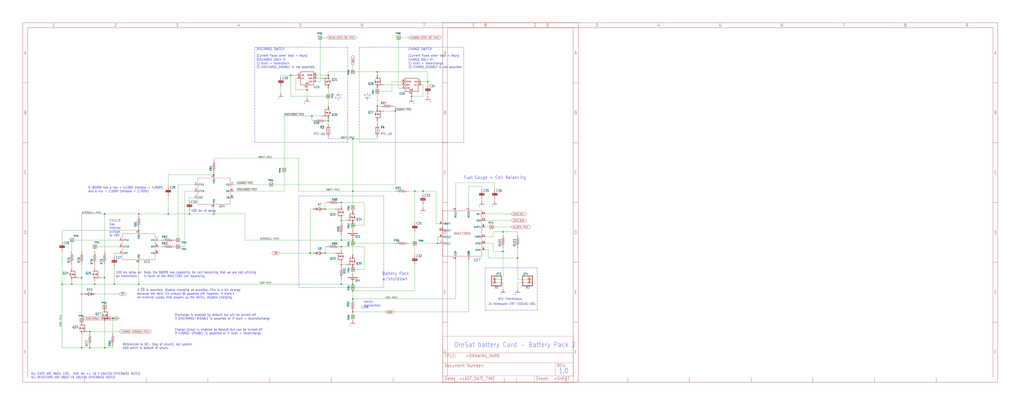
<source format=kicad_sch>
(kicad_sch (version 20211123) (generator eeschema)
  (paper "User" 796.29 317.906)
  (lib_symbols
    (symbol "oresat-batteries-eagle-import:B-18650-LI-BATTERY"
      (property "Reference" "B" (at 0 4.318 0))
      (property "Value" "B-18650-LI-BATTERY" (at 0 -4.318 0))
      (symbol "B-18650-LI-BATTERY_1_0"
        (pin power_in line (at 2.54 0 180) (length 2.54) (name "NEG") (number "NEG-T"))
        (pin power_in line (at -5.08 0 0) (length 2.54) (name "POS") (number "POS-T"))
      )
    )
    (symbol "oresat-batteries-eagle-import:C-EU0603-C-NOSILK"
      (property "Reference" "C" (at 1.524 0.381 0))
      (property "Value" "C-EU0603-C-NOSILK" (at 1.524 -4.699 0))
      (symbol "C-EU0603-C-NOSILK_1_0"
        (pin passive line (at 0 2.54 270) (length 2.54) (name "1") (number "1"))
        (pin passive line (at 0 -5.08 90) (length 2.54) (name "2") (number "2"))
      )
    )
    (symbol "oresat-batteries-eagle-import:DIODE-SOD323-R"
      (property "Reference" "D" (at -2.54 1.905 0))
      (property "Value" "DIODE-SOD323-R" (at -2.54 -3.81 0))
      (symbol "DIODE-SOD323-R_1_0"
        (text "SpiceOrder 1" (at -2.54 0 0) (effects (font (size 0.4064 0.3454))))
        (text "SpiceOrder 2" (at 2.54 0 0) (effects (font (size 0.4064 0.3454))))
        (pin passive line (at -2.54 0 0) (length 0) (name "A") (number "A"))
        (pin passive line (at 2.54 0 180) (length 0) (name "C") (number "C"))
      )
    )
    (symbol "oresat-batteries-eagle-import:FRAME_B_L"
      (symbol "FRAME_B_L_0_0"
        (text "1" (at 23.9889 277.495 0) (effects (font (size 2.54 2.286))))
        (text "2" (at 71.9667 277.495 0) (effects (font (size 2.54 2.286))))
        (text "3" (at 119.9444 277.495 0) (effects (font (size 2.54 2.286))))
        (text "4" (at 167.9222 277.495 0) (effects (font (size 2.54 2.286))))
        (text "5" (at 215.9 277.495 0) (effects (font (size 2.54 2.286))))
        (text "6" (at 263.8778 277.495 0) (effects (font (size 2.54 2.286))))
        (text "7" (at 311.8556 277.495 0) (effects (font (size 2.54 2.286))))
        (text "8" (at 359.8333 277.495 0) (effects (font (size 2.54 2.286))))
        (text "9" (at 407.8111 277.495 0) (effects (font (size 2.54 2.286))))
        (text "A" (at 1.905 256.1167 0) (effects (font (size 2.54 2.286))))
        (text "A" (at 429.895 256.1167 0) (effects (font (size 2.54 2.286))))
        (text "B" (at 1.905 209.55 0) (effects (font (size 2.54 2.286))))
        (text "B" (at 429.895 209.55 0) (effects (font (size 2.54 2.286))))
        (text "C" (at 1.905 162.9833 0) (effects (font (size 2.54 2.286))))
        (text "C" (at 429.895 162.9833 0) (effects (font (size 2.54 2.286))))
        (text "D" (at 1.905 116.4167 0) (effects (font (size 2.54 2.286))))
        (text "D" (at 429.895 116.4167 0) (effects (font (size 2.54 2.286))))
        (text "E" (at 1.905 69.85 0) (effects (font (size 2.54 2.286))))
        (text "E" (at 429.895 69.85 0) (effects (font (size 2.54 2.286))))
        (text "F" (at 1.905 23.2833 0) (effects (font (size 2.54 2.286))))
        (text "F" (at 429.895 23.2833 0) (effects (font (size 2.54 2.286))))
      )
      (symbol "FRAME_B_L_2_0"
        (text ">DRAWING_NAME" (at 17.78 19.05 0) (effects (font (size 2.54 2.159)) (justify left bottom)))
        (text ">LAST_DATE_TIME" (at 12.7 1.27 0) (effects (font (size 2.54 2.159)) (justify left bottom)))
        (text ">SHEET" (at 86.36 1.27 0) (effects (font (size 2.54 2.159)) (justify left bottom)))
        (text "Date:" (at 1.27 1.27 0) (effects (font (size 2.54 2.159)) (justify left bottom)))
        (text "Document Number:" (at 1.27 11.43 0) (effects (font (size 2.54 2.159)) (justify left bottom)))
        (text "REV:" (at 88.9 11.43 0) (effects (font (size 2.54 2.159)) (justify left bottom)))
        (text "Sheet:" (at 72.39 1.27 0) (effects (font (size 2.54 2.159)) (justify left bottom)))
        (text "TITLE:" (at 1.27 19.05 0) (effects (font (size 2.54 2.159)) (justify left bottom)))
      )
    )
    (symbol "oresat-batteries-eagle-import:GENERIC-FUSE-1206"
      (property "Reference" "F" (at -2.54 -3.81 0))
      (property "Value" "GENERIC-FUSE-1206" (at -2.54 -6.35 0))
      (symbol "GENERIC-FUSE-1206_1_0"
        (pin passive line (at 5.08 0 180) (length 5.08) (name "P$1") (number "1"))
        (pin passive line (at -5.08 0 0) (length 5.08) (name "P$2") (number "2"))
      )
    )
    (symbol "oresat-batteries-eagle-import:GND" (power)
      (property "Value" "GND" (at -2.54 -2.54 0))
      (symbol "GND_1_0"
        (pin power_in line (at 0 2.54 270) (length 2.54) (name "GND") (number "1"))
      )
    )
    (symbol "oresat-batteries-eagle-import:LTC4412"
      (property "Reference" "U" (at 5.08 -7.62 0))
      (property "Value" "LTC4412" (at 5.08 -10.16 0))
      (symbol "LTC4412_1_0"
        (text "CTL" (at -4.445 -0.635 0) (effects (font (size 1.016 0.8636)) (justify left bottom)))
        (text "GATE" (at 4.445 0.635 0) (effects (font (size 1.016 0.8636)) (justify right top)))
        (text "GND" (at -1.27 -4.445 0) (effects (font (size 1.016 0.8636)) (justify left bottom)))
        (text "SENSE" (at 4.445 3.175 0) (effects (font (size 1.016 0.8636)) (justify right top)))
        (text "STAT" (at 4.445 -1.905 0) (effects (font (size 1.016 0.8636)) (justify right top)))
        (text "VIN" (at -4.445 1.905 0) (effects (font (size 1.016 0.8636)) (justify left bottom)))
        (pin power_in line (at -7.62 2.54 0) (length 2.54) (name "VIN") (number "1"))
        (pin power_in line (at 0 -7.62 90) (length 2.54) (name "GND") (number "2"))
        (pin input line (at -7.62 0 0) (length 2.54) (name "CTL") (number "3"))
        (pin open_collector line (at 7.62 -2.54 180) (length 2.54) (name "STAT") (number "4"))
        (pin output line (at 7.62 0 180) (length 2.54) (name "GATE") (number "5"))
        (pin input line (at 7.62 2.54 180) (length 2.54) (name "SENSE") (number "6"))
      )
    )
    (symbol "oresat-batteries-eagle-import:MAX17205G"
      (property "Reference" "U" (at 10.16 -22.86 0))
      (property "Value" "MAX17205G" (at 10.16 -25.4 0))
      (symbol "MAX17205G_1_0"
        (text "MAX17205G" (at 0 0 0) (effects (font (size 1.778 1.5113))))
        (pin power_in line (at 5.08 20.32 270) (length 2.54) (name "REG3") (number "1"))
        (pin input line (at 17.78 -7.62 180) (length 2.54) (name "AIN2") (number "10"))
        (pin input line (at 17.78 15.24 180) (length 2.54) (name "SCL") (number "11"))
        (pin bidirectional line (at 17.78 10.16 180) (length 2.54) (name "SDA") (number "12"))
        (pin passive line (at -17.78 2.54 0) (length 2.54) (name "CELLX") (number "13"))
        (pin passive line (at 17.78 -2.54 180) (length 2.54) (name "THRM") (number "14"))
        (pin passive line (at -5.08 -20.32 90) (length 2.54) (name "CSP") (number "2"))
        (pin power_in line (at -5.08 20.32 270) (length 2.54) (name "REG2") (number "3"))
        (pin passive line (at 5.08 -20.32 90) (length 2.54) (name "CSN") (number "4"))
        (pin power_in line (at -17.78 7.62 0) (length 2.54) (name "VBATT") (number "5"))
        (pin passive line (at -17.78 -2.54 0) (length 2.54) (name "CELL2") (number "6"))
        (pin passive line (at -17.78 -7.62 0) (length 2.54) (name "CELL1") (number "7"))
        (pin output line (at 17.78 5.08 180) (length 2.54) (name "ALRT1") (number "8"))
        (pin input line (at 17.78 -12.7 180) (length 2.54) (name "AIN1") (number "9"))
        (pin passive line (at 5.08 -20.32 90) (length 2.54) (name "CSN") (number "EP"))
      )
    )
    (symbol "oresat-batteries-eagle-import:N-MOSFET-SOT-23-3"
      (property "Reference" "Q" (at 5.08 0 0))
      (property "Value" "N-MOSFET-SOT-23-3" (at 5.08 -2.54 0))
      (symbol "N-MOSFET-SOT-23-3_1_0"
        (pin passive line (at -2.54 -2.54 0) (length 2.54) (name "G") (number "1"))
        (pin passive line (at 2.54 -5.08 90) (length 2.54) (name "S") (number "2"))
        (pin passive line (at 2.54 5.08 270) (length 2.54) (name "D") (number "3"))
      )
    )
    (symbol "oresat-batteries-eagle-import:P-MOSFET-SOT23-3"
      (property "Reference" "Q" (at 5.08 0 0))
      (property "Value" "P-MOSFET-SOT23-3" (at 5.08 -2.54 0))
      (symbol "P-MOSFET-SOT23-3_1_0"
        (pin passive line (at -2.54 2.54 0) (length 2.54) (name "G") (number "1"))
        (pin passive line (at 2.54 5.08 270) (length 2.54) (name "S") (number "2"))
        (pin passive line (at 2.54 -5.08 90) (length 2.54) (name "D") (number "3"))
      )
    )
    (symbol "oresat-batteries-eagle-import:PINHD-1X2"
      (property "Reference" "JP" (at -6.35 5.715 0))
      (property "Value" "PINHD-1X2" (at -6.35 -5.08 0))
      (symbol "PINHD-1X2_1_0"
        (pin passive inverted (at -2.54 2.54 0) (length 2.54) (name "1") (number "1"))
        (pin passive inverted (at -2.54 0 0) (length 2.54) (name "2") (number "2"))
      )
    )
    (symbol "oresat-batteries-eagle-import:Q-VISHAY-MOSFET-PCH-POWERPAK-1212-8"
      (property "Reference" "Q" (at 5.08 0.635 0))
      (property "Value" "Q-VISHAY-MOSFET-PCH-POWERPAK-1212-8" (at 5.08 -1.905 0))
      (symbol "Q-VISHAY-MOSFET-PCH-POWERPAK-1212-8_1_0"
        (pin passive line (at 2.54 5.08 270) (length 2.54) (name "S") (number "1"))
        (pin passive line (at 2.54 5.08 270) (length 2.54) (name "S") (number "2"))
        (pin passive line (at 2.54 5.08 270) (length 2.54) (name "S") (number "3"))
        (pin passive line (at -2.54 2.54 0) (length 2.54) (name "G") (number "4"))
        (pin passive line (at 2.54 -5.08 90) (length 2.54) (name "D") (number "5"))
        (pin passive line (at 2.54 -5.08 90) (length 2.54) (name "D") (number "6"))
        (pin passive line (at 2.54 -5.08 90) (length 2.54) (name "D") (number "7"))
        (pin passive line (at 2.54 -5.08 90) (length 2.54) (name "D") (number "8"))
        (pin passive line (at 2.54 -5.08 90) (length 2.54) (name "D") (number "PAD"))
      )
    )
    (symbol "oresat-batteries-eagle-import:R-US_0603-C-NOSILK"
      (property "Reference" "R" (at -3.81 1.4986 0))
      (property "Value" "R-US_0603-C-NOSILK" (at -3.81 -3.302 0))
      (symbol "R-US_0603-C-NOSILK_1_0"
        (pin passive line (at -5.08 0 0) (length 2.54) (name "1") (number "1"))
        (pin passive line (at 5.08 0 180) (length 2.54) (name "2") (number "2"))
      )
    )
    (symbol "oresat-batteries-eagle-import:R-US_1206-C"
      (property "Reference" "R" (at -3.81 1.4986 0))
      (property "Value" "R-US_1206-C" (at -3.81 -3.302 0))
      (symbol "R-US_1206-C_1_0"
        (pin passive line (at -5.08 0 0) (length 2.54) (name "1") (number "1"))
        (pin passive line (at 5.08 0 180) (length 2.54) (name "2") (number "2"))
      )
    )
    (symbol "oresat-batteries-eagle-import:S-8209AXXT"
      (property "Reference" "U" (at 5.08 15.24 0))
      (property "Value" "S-8209AXXT" (at 5.08 12.7 0))
      (symbol "S-8209AXXT_1_0"
        (pin passive line (at -15.24 5.08 0) (length 2.54) (name "CTLC") (number "1"))
        (pin input line (at -15.24 0 0) (length 2.54) (name "CTLD") (number "2"))
        (pin power_in line (at 0 12.7 270) (length 2.54) (name "VDD") (number "3"))
        (pin passive line (at -15.24 -5.08 0) (length 2.54) (name "CDT") (number "4"))
        (pin power_in line (at 0 -12.7 90) (length 2.54) (name "VSS") (number "5"))
        (pin open_collector line (at 15.24 0 180) (length 2.54) (name "DO") (number "6"))
        (pin open_collector line (at 15.24 5.08 180) (length 2.54) (name "CO") (number "7"))
        (pin output line (at 15.24 -5.08 180) (length 2.54) (name "CB") (number "8"))
      )
    )
    (symbol "oresat-batteries-eagle-import:TEST-POINT-LARGE-SQUARE"
      (property "Reference" "TP" (at -2.54 2.54 0))
      (symbol "TEST-POINT-LARGE-SQUARE_1_0"
        (pin passive line (at 0 0 0) (length 0) (name "1") (number "1"))
      )
    )
  )
  (junction (at 274.32 242.57))
  (junction (at 402.59 200.66))
  (junction (at 274.32 107.95))
  (junction (at 265.43 157.48))
  (junction (at 265.43 220.98))
  (junction (at 130.81 166.37))
  (junction (at 147.32 166.37))
  (junction (at 274.32 175.26))
  (junction (at 265.43 171.45))
  (junction (at 210.82 143.51))
  (junction (at 69.85 257.81))
  (junction (at 328.93 148.59))
  (junction (at 274.32 232.41))
  (junction (at 220.98 132.08))
  (junction (at 226.06 58.42))
  (junction (at 138.43 186.69))
  (junction (at 48.26 220.98))
  (junction (at 255.27 58.42))
  (junction (at 88.9 220.98))
  (junction (at 166.37 166.37))
  (junction (at 63.5 270.51))
  (junction (at 166.37 135.89))
  (junction (at 274.32 189.23))
  (junction (at 138.43 191.77))
  (junction (at 274.32 246.38))
  (junction (at 107.95 220.98))
  (junction (at 248.92 29.21))
  (junction (at 274.32 223.52))
  (junction (at 274.32 161.29))
  (junction (at 69.85 270.51))
  (junction (at 274.32 226.06))
  (junction (at 322.58 189.23))
  (junction (at 340.36 189.23))
  (junction (at 63.5 215.9))
  (junction (at 382.27 176.53))
  (junction (at 73.66 191.77))
  (junction (at 274.32 186.69))
  (junction (at 391.16 180.34))
  (junction (at 81.28 270.51))
  (junction (at 322.58 148.59))
  (junction (at 63.5 248.92))
  (junction (at 274.32 220.98))
  (junction (at 332.74 63.5))
  (junction (at 391.16 195.58))
  (junction (at 309.88 29.21))
  (junction (at 255.27 93.98))
  (junction (at 255.27 74.93))
  (junction (at 252.73 196.85))
  (junction (at 320.04 74.93))
  (junction (at 73.66 220.98))
  (junction (at 274.32 55.88))
  (junction (at 107.95 179.07))
  (junction (at 238.76 69.85))
  (junction (at 242.57 90.17))
  (junction (at 293.37 55.88))
  (junction (at 81.28 166.37))
  (junction (at 252.73 162.56))
  (junction (at 307.34 86.36))
  (junction (at 265.43 191.77))
  (junction (at 55.88 220.98))
  (junction (at 293.37 71.12))
  (junction (at 87.63 247.65))
  (junction (at 107.95 166.37))
  (junction (at 63.5 228.6))
  (junction (at 241.3 196.85))
  (junction (at 274.32 209.55))
  (junction (at 81.28 238.76))
  (junction (at 274.32 148.59))
  (junction (at 81.28 215.9))
  (junction (at 55.88 186.69))
  (junction (at 265.43 205.74))
  (junction (at 265.43 186.69))
  (junction (at 293.37 82.55))
  (wire (pts (xy 307.34 86.36) (xy 307.34 143.51)))
  (wire (pts (xy 238.76 69.85) (xy 238.76 68.58)))
  (wire (pts (xy 402.59 200.66) (xy 402.59 217.17)))
  (wire (pts (xy 328.93 158.75) (xy 328.93 161.29)))
  (wire (pts (xy 92.71 196.85) (xy 88.9 196.85)))
  (wire (pts (xy 138.43 191.77) (xy 143.51 191.77)))
  (wire (pts (xy 81.28 195.58) (xy 81.28 166.37)))
  (wire (pts (xy 379.73 200.66) (xy 402.59 200.66)))
  (wire (pts (xy 231.14 58.42) (xy 226.06 58.42)))
  (wire (pts (xy 274.32 219.71) (xy 274.32 220.98)))
  (wire (pts (xy 374.65 147.32) (xy 374.65 144.78)))
  (wire (pts (xy 81.28 215.9) (xy 81.28 238.76)))
  (wire (pts (xy 402.59 200.66) (xy 402.59 193.04)))
  (wire (pts (xy 274.32 198.12) (xy 274.32 189.23)))
  (wire (pts (xy 255.27 93.98) (xy 255.27 96.52)))
  (polyline (pts (xy 279.4 36.83) (xy 360.68 36.83)))
  (wire (pts (xy 55.88 208.28) (xy 55.88 205.74)))
  (wire (pts (xy 265.43 191.77) (xy 265.43 194.31)))
  (wire (pts (xy 322.58 205.74) (xy 322.58 226.06)))
  (wire (pts (xy 274.32 107.95) (xy 274.32 148.59)))
  (wire (pts (xy 81.28 215.9) (xy 81.28 205.74)))
  (wire (pts (xy 63.5 270.51) (xy 63.5 260.35)))
  (wire (pts (xy 391.16 195.58) (xy 391.16 217.17)))
  (wire (pts (xy 69.85 257.81) (xy 69.85 259.08)))
  (wire (pts (xy 88.9 196.85) (xy 88.9 199.39)))
  (wire (pts (xy 410.21 219.71) (xy 402.59 219.71)))
  (wire (pts (xy 377.19 176.53) (xy 382.27 176.53)))
  (wire (pts (xy 123.19 186.69) (xy 125.73 186.69)))
  (wire (pts (xy 354.33 161.29) (xy 354.33 142.24)))
  (wire (pts (xy 377.19 166.37) (xy 397.51 166.37)))
  (wire (pts (xy 107.95 179.07) (xy 107.95 177.8)))
  (wire (pts (xy 265.43 186.69) (xy 190.5 186.69)))
  (wire (pts (xy 384.81 142.24) (xy 384.81 147.32)))
  (wire (pts (xy 306.07 82.55) (xy 307.34 82.55)))
  (wire (pts (xy 254 191.77) (xy 252.73 191.77)))
  (polyline (pts (xy 285.75 76.2) (xy 283.21 73.66)))
  (wire (pts (xy 269.24 205.74) (xy 265.43 205.74)))
  (wire (pts (xy 377.19 194.31) (xy 379.73 194.31)))
  (wire (pts (xy 274.32 55.88) (xy 293.37 55.88)))
  (polyline (pts (xy 262.89 73.66) (xy 260.35 73.66)))
  (wire (pts (xy 226.06 74.93) (xy 226.06 58.42)))
  (wire (pts (xy 181.61 148.59) (xy 220.98 148.59)))
  (wire (pts (xy 73.66 195.58) (xy 73.66 191.77)))
  (wire (pts (xy 377.19 171.45) (xy 397.51 171.45)))
  (wire (pts (xy 265.43 191.77) (xy 283.21 191.77)))
  (wire (pts (xy 309.88 68.58) (xy 312.42 68.58)))
  (wire (pts (xy 63.5 228.6) (xy 63.5 248.92)))
  (wire (pts (xy 274.32 175.26) (xy 274.32 173.99)))
  (wire (pts (xy 241.3 162.56) (xy 241.3 196.85)))
  (wire (pts (xy 242.57 90.17) (xy 220.98 90.17)))
  (wire (pts (xy 264.16 191.77) (xy 265.43 191.77)))
  (wire (pts (xy 322.58 172.72) (xy 322.58 148.59)))
  (wire (pts (xy 232.41 148.59) (xy 232.41 123.19)))
  (wire (pts (xy 364.49 144.78) (xy 364.49 161.29)))
  (wire (pts (xy 383.54 180.34) (xy 391.16 180.34)))
  (wire (pts (xy 255.27 68.58) (xy 255.27 74.93)))
  (wire (pts (xy 245.11 162.56) (xy 241.3 162.56)))
  (polyline (pts (xy 283.21 73.66) (xy 285.75 73.66)))
  (wire (pts (xy 274.32 185.42) (xy 274.32 186.69)))
  (wire (pts (xy 147.32 166.37) (xy 130.81 166.37)))
  (wire (pts (xy 246.38 60.96) (xy 248.92 60.96)))
  (polyline (pts (xy 285.75 76.2) (xy 285.75 78.74)))
  (wire (pts (xy 73.66 220.98) (xy 88.9 220.98)))
  (wire (pts (xy 130.81 166.37) (xy 130.81 152.4)))
  (wire (pts (xy 320.04 74.93) (xy 320.04 73.66)))
  (polyline (pts (xy 377.19 208.28) (xy 377.19 241.3)))
  (polyline (pts (xy 232.41 223.52) (xy 298.45 223.52)))
  (wire (pts (xy 87.63 247.65) (xy 92.71 247.65)))
  (wire (pts (xy 274.32 209.55) (xy 274.32 208.28)))
  (wire (pts (xy 391.16 219.71) (xy 386.08 219.71)))
  (polyline (pts (xy 285.75 76.2) (xy 283.21 76.2)))
  (wire (pts (xy 255.27 58.42) (xy 255.27 55.88)))
  (polyline (pts (xy 417.83 208.28) (xy 377.19 208.28)))
  (wire (pts (xy 255.27 106.68) (xy 255.27 107.95)))
  (polyline (pts (xy 377.19 241.3) (xy 417.83 241.3)))
  (wire (pts (xy 298.45 66.04) (xy 312.42 66.04)))
  (polyline (pts (xy 270.51 36.83) (xy 270.51 110.49)))
  (wire (pts (xy 166.37 166.37) (xy 147.32 166.37)))
  (wire (pts (xy 274.32 232.41) (xy 354.33 232.41)))
  (wire (pts (xy 147.32 153.67) (xy 151.13 153.67)))
  (wire (pts (xy 241.3 196.85) (xy 245.11 196.85)))
  (wire (pts (xy 107.95 166.37) (xy 81.28 166.37)))
  (wire (pts (xy 293.37 82.55) (xy 293.37 71.12)))
  (wire (pts (xy 166.37 123.19) (xy 232.41 123.19)))
  (wire (pts (xy 383.54 184.15) (xy 383.54 180.34)))
  (wire (pts (xy 274.32 163.83) (xy 274.32 161.29)))
  (wire (pts (xy 322.58 198.12) (xy 322.58 189.23)))
  (wire (pts (xy 69.85 257.81) (xy 92.71 257.81)))
  (wire (pts (xy 374.65 144.78) (xy 364.49 144.78)))
  (wire (pts (xy 328.93 74.93) (xy 328.93 66.04)))
  (wire (pts (xy 293.37 55.88) (xy 332.74 55.88)))
  (wire (pts (xy 382.27 176.53) (xy 397.51 176.53)))
  (wire (pts (xy 166.37 135.89) (xy 166.37 134.62)))
  (wire (pts (xy 274.32 175.26) (xy 283.21 175.26)))
  (wire (pts (xy 252.73 162.56) (xy 260.35 162.56)))
  (wire (pts (xy 248.92 63.5) (xy 248.92 29.21)))
  (wire (pts (xy 143.51 191.77) (xy 143.51 148.59)))
  (wire (pts (xy 402.59 219.71) (xy 402.59 224.79)))
  (wire (pts (xy 63.5 215.9) (xy 63.5 205.74)))
  (wire (pts (xy 73.66 205.74) (xy 73.66 208.28)))
  (wire (pts (xy 218.44 67.31) (xy 218.44 72.39)))
  (wire (pts (xy 81.28 215.9) (xy 78.74 215.9)))
  (wire (pts (xy 364.49 201.93) (xy 364.49 242.57)))
  (wire (pts (xy 274.32 107.95) (xy 293.37 107.95)))
  (wire (pts (xy 298.45 86.36) (xy 307.34 86.36)))
  (wire (pts (xy 67.31 228.6) (xy 63.5 228.6)))
  (wire (pts (xy 320.04 74.93) (xy 328.93 74.93)))
  (wire (pts (xy 63.5 195.58) (xy 63.5 166.37)))
  (wire (pts (xy 147.32 166.37) (xy 147.32 163.83)))
  (wire (pts (xy 48.26 220.98) (xy 48.26 195.58)))
  (wire (pts (xy 60.96 215.9) (xy 63.5 215.9)))
  (wire (pts (xy 391.16 195.58) (xy 391.16 193.04)))
  (wire (pts (xy 274.32 248.92) (xy 274.32 246.38)))
  (polyline (pts (xy 262.89 76.2) (xy 262.89 78.74)))
  (wire (pts (xy 309.88 29.21) (xy 309.88 68.58)))
  (wire (pts (xy 312.42 63.5) (xy 304.8 63.5)))
  (wire (pts (xy 384.81 156.21) (xy 384.81 154.94)))
  (wire (pts (xy 166.37 166.37) (xy 166.37 161.29)))
  (wire (pts (xy 255.27 55.88) (xy 274.32 55.88)))
  (wire (pts (xy 87.63 247.65) (xy 87.63 259.08)))
  (wire (pts (xy 48.26 187.96) (xy 48.26 179.07)))
  (wire (pts (xy 68.58 257.81) (xy 69.85 257.81)))
  (wire (pts (xy 391.16 219.71) (xy 391.16 224.79)))
  (wire (pts (xy 252.73 191.77) (xy 252.73 196.85)))
  (polyline (pts (xy 265.43 73.66) (xy 262.89 73.66)))
  (wire (pts (xy 265.43 171.45) (xy 265.43 170.18)))
  (wire (pts (xy 332.74 73.66) (xy 332.74 74.93)))
  (wire (pts (xy 87.63 270.51) (xy 87.63 269.24)))
  (wire (pts (xy 274.32 242.57) (xy 364.49 242.57)))
  (wire (pts (xy 274.32 177.8) (xy 274.32 175.26)))
  (wire (pts (xy 402.59 180.34) (xy 402.59 182.88)))
  (wire (pts (xy 130.81 135.89) (xy 130.81 144.78)))
  (wire (pts (xy 341.63 189.23) (xy 340.36 189.23)))
  (wire (pts (xy 232.41 148.59) (xy 274.32 148.59)))
  (wire (pts (xy 250.19 162.56) (xy 252.73 162.56)))
  (wire (pts (xy 354.33 201.93) (xy 354.33 232.41)))
  (wire (pts (xy 88.9 220.98) (xy 107.95 220.98)))
  (wire (pts (xy 86.36 247.65) (xy 87.63 247.65)))
  (wire (pts (xy 63.5 215.9) (xy 63.5 228.6)))
  (polyline (pts (xy 260.35 76.2) (xy 262.89 76.2)))
  (wire (pts (xy 238.76 76.2) (xy 238.76 69.85)))
  (wire (pts (xy 274.32 246.38) (xy 274.32 242.57)))
  (wire (pts (xy 63.5 248.92) (xy 63.5 250.19)))
  (wire (pts (xy 274.32 186.69) (xy 265.43 186.69)))
  (wire (pts (xy 309.88 29.21) (xy 317.5 29.21)))
  (wire (pts (xy 283.21 209.55) (xy 274.32 209.55)))
  (wire (pts (xy 226.06 58.42) (xy 218.44 58.42)))
  (wire (pts (xy 322.58 189.23) (xy 340.36 189.23)))
  (wire (pts (xy 269.24 171.45) (xy 265.43 171.45)))
  (wire (pts (xy 274.32 212.09) (xy 274.32 209.55)))
  (wire (pts (xy 293.37 55.88) (xy 293.37 58.42)))
  (wire (pts (xy 81.28 270.51) (xy 81.28 250.19)))
  (polyline (pts (xy 232.41 152.4) (xy 298.45 152.4)))
  (wire (pts (xy 274.32 189.23) (xy 307.34 189.23)))
  (wire (pts (xy 374.65 156.21) (xy 374.65 154.94)))
  (wire (pts (xy 283.21 175.26) (xy 283.21 157.48)))
  (wire (pts (xy 317.5 148.59) (xy 322.58 148.59)))
  (wire (pts (xy 320.04 76.2) (xy 320.04 74.93)))
  (wire (pts (xy 107.95 220.98) (xy 107.95 204.47)))
  (wire (pts (xy 391.16 217.17) (xy 386.08 217.17)))
  (wire (pts (xy 147.32 156.21) (xy 147.32 153.67)))
  (wire (pts (xy 229.87 60.96) (xy 229.87 69.85)))
  (wire (pts (xy 265.43 204.47) (xy 265.43 205.74)))
  (wire (pts (xy 107.95 167.64) (xy 107.95 166.37)))
  (wire (pts (xy 48.26 220.98) (xy 55.88 220.98)))
  (wire (pts (xy 317.5 189.23) (xy 322.58 189.23)))
  (wire (pts (xy 55.88 195.58) (xy 55.88 186.69)))
  (wire (pts (xy 92.71 191.77) (xy 73.66 191.77)))
  (wire (pts (xy 293.37 106.68) (xy 293.37 107.95)))
  (wire (pts (xy 250.19 196.85) (xy 252.73 196.85)))
  (wire (pts (xy 81.28 238.76) (xy 81.28 240.03)))
  (wire (pts (xy 265.43 157.48) (xy 283.21 157.48)))
  (wire (pts (xy 274.32 226.06) (xy 322.58 226.06)))
  (wire (pts (xy 166.37 124.46) (xy 166.37 123.19)))
  (wire (pts (xy 340.36 184.15) (xy 341.63 184.15)))
  (wire (pts (xy 293.37 71.12) (xy 293.37 68.58)))
  (wire (pts (xy 246.38 63.5) (xy 248.92 63.5)))
  (wire (pts (xy 254 93.98) (xy 255.27 93.98)))
  (polyline (pts (xy 298.45 152.4) (xy 298.45 223.52)))
  (wire (pts (xy 328.93 151.13) (xy 328.93 148.59)))
  (wire (pts (xy 69.85 269.24) (xy 69.85 270.51)))
  (wire (pts (xy 229.87 69.85) (xy 238.76 69.85)))
  (wire (pts (xy 379.73 194.31) (xy 379.73 200.66)))
  (polyline (pts (xy 288.29 76.2) (xy 285.75 76.2)))
  (wire (pts (xy 220.98 148.59) (xy 220.98 132.08)))
  (wire (pts (xy 218.44 59.69) (xy 218.44 58.42)))
  (wire (pts (xy 63.5 270.51) (xy 69.85 270.51)))
  (wire (pts (xy 252.73 157.48) (xy 252.73 162.56)))
  (wire (pts (xy 210.82 143.51) (xy 181.61 143.51)))
  (wire (pts (xy 81.28 166.37) (xy 63.5 166.37)))
  (wire (pts (xy 339.09 173.99) (xy 339.09 148.59)))
  (wire (pts (xy 255.27 107.95) (xy 274.32 107.95)))
  (wire (pts (xy 328.93 148.59) (xy 339.09 148.59)))
  (polyline (pts (xy 198.12 110.49) (xy 198.12 36.83)))
  (polyline (pts (xy 417.83 241.3) (xy 417.83 208.28)))
  (wire (pts (xy 88.9 207.01) (xy 88.9 220.98)))
  (wire (pts (xy 190.5 186.69) (xy 190.5 166.37)))
  (wire (pts (xy 265.43 217.17) (xy 265.43 220.98)))
  (wire (pts (xy 246.38 58.42) (xy 255.27 58.42)))
  (wire (pts (xy 340.36 189.23) (xy 340.36 184.15)))
  (wire (pts (xy 107.95 166.37) (xy 130.81 166.37)))
  (wire (pts (xy 265.43 172.72) (xy 265.43 171.45)))
  (polyline (pts (xy 360.68 36.83) (xy 360.68 110.49)))
  (wire (pts (xy 283.21 191.77) (xy 283.21 209.55)))
  (polyline (pts (xy 270.51 110.49) (xy 198.12 110.49)))
  (wire (pts (xy 248.92 29.21) (xy 254 29.21)))
  (wire (pts (xy 48.26 270.51) (xy 63.5 270.51)))
  (wire (pts (xy 274.32 226.06) (xy 274.32 232.41)))
  (polyline (pts (xy 285.75 73.66) (xy 285.75 71.12)))
  (polyline (pts (xy 279.4 110.49) (xy 360.68 110.49)))
  (wire (pts (xy 274.32 148.59) (xy 307.34 148.59)))
  (wire (pts (xy 265.43 205.74) (xy 265.43 207.01)))
  (wire (pts (xy 81.28 270.51) (xy 87.63 270.51)))
  (wire (pts (xy 332.74 63.5) (xy 332.74 66.04)))
  (wire (pts (xy 274.32 55.88) (xy 274.32 50.8)))
  (wire (pts (xy 322.58 148.59) (xy 328.93 148.59)))
  (wire (pts (xy 143.51 148.59) (xy 151.13 148.59)))
  (wire (pts (xy 274.32 226.06) (xy 274.32 223.52)))
  (wire (pts (xy 293.37 83.82) (xy 293.37 82.55)))
  (wire (pts (xy 274.32 220.98) (xy 265.43 220.98)))
  (wire (pts (xy 220.98 132.08) (xy 220.98 90.17)))
  (wire (pts (xy 231.14 60.96) (xy 229.87 60.96)))
  (wire (pts (xy 48.26 179.07) (xy 107.95 179.07)))
  (wire (pts (xy 265.43 220.98) (xy 107.95 220.98)))
  (wire (pts (xy 274.32 223.52) (xy 274.32 220.98)))
  (wire (pts (xy 391.16 180.34) (xy 402.59 180.34)))
  (polyline (pts (xy 232.41 152.4) (xy 232.41 223.52)))
  (wire (pts (xy 242.57 93.98) (xy 242.57 90.17)))
  (wire (pts (xy 138.43 186.69) (xy 138.43 143.51)))
  (wire (pts (xy 55.88 218.44) (xy 55.88 220.98)))
  (wire (pts (xy 265.43 157.48) (xy 265.43 160.02)))
  (polyline (pts (xy 262.89 76.2) (xy 265.43 76.2)))
  (wire (pts (xy 254 157.48) (xy 252.73 157.48)))
  (wire (pts (xy 377.19 184.15) (xy 383.54 184.15)))
  (wire (pts (xy 255.27 93.98) (xy 255.27 92.71)))
  (wire (pts (xy 274.32 161.29) (xy 274.32 148.59)))
  (wire (pts (xy 265.43 186.69) (xy 265.43 182.88)))
  (wire (pts (xy 250.19 60.96) (xy 248.92 60.96)))
  (wire (pts (xy 55.88 220.98) (xy 73.66 220.98)))
  (wire (pts (xy 135.89 186.69) (xy 138.43 186.69)))
  (wire (pts (xy 293.37 82.55) (xy 295.91 82.55)))
  (polyline (pts (xy 288.29 73.66) (xy 285.75 76.2)))
  (wire (pts (xy 293.37 96.52) (xy 293.37 93.98)))
  (wire (pts (xy 123.19 191.77) (xy 125.73 191.77)))
  (wire (pts (xy 383.54 195.58) (xy 391.16 195.58)))
  (wire (pts (xy 255.27 82.55) (xy 255.27 74.93)))
  (wire (pts (xy 73.66 218.44) (xy 73.66 220.98)))
  (polyline (pts (xy 265.43 76.2) (xy 262.89 73.66)))
  (polyline (pts (xy 198.12 36.83) (xy 270.51 36.83)))
  (wire (pts (xy 274.32 189.23) (xy 274.32 186.69)))
  (wire (pts (xy 304.8 71.12) (xy 293.37 71.12)))
  (polyline (pts (xy 262.89 73.66) (xy 262.89 71.12)))
  (wire (pts (xy 322.58 189.23) (xy 322.58 180.34)))
  (wire (pts (xy 341.63 173.99) (xy 339.09 173.99)))
  (wire (pts (xy 72.39 228.6) (xy 92.71 228.6)))
  (wire (pts (xy 328.93 66.04) (xy 327.66 66.04)))
  (wire (pts (xy 391.16 182.88) (xy 391.16 180.34)))
  (wire (pts (xy 402.59 217.17) (xy 410.21 217.17)))
  (wire (pts (xy 264.16 157.48) (xy 265.43 157.48)))
  (wire (pts (xy 69.85 270.51) (xy 81.28 270.51)))
  (wire (pts (xy 383.54 189.23) (xy 383.54 195.58)))
  (wire (pts (xy 190.5 166.37) (xy 166.37 166.37)))
  (wire (pts (xy 377.19 189.23) (xy 383.54 189.23)))
  (wire (pts (xy 304.8 63.5) (xy 304.8 71.12)))
  (wire (pts (xy 354.33 142.24) (xy 384.81 142.24)))
  (wire (pts (xy 226.06 74.93) (xy 255.27 74.93)))
  (wire (pts (xy 92.71 186.69) (xy 55.88 186.69)))
  (wire (pts (xy 307.34 86.36) (xy 307.34 82.55)))
  (wire (pts (xy 252.73 196.85) (xy 260.35 196.85)))
  (wire (pts (xy 166.37 135.89) (xy 130.81 135.89)))
  (wire (pts (xy 332.74 55.88) (xy 332.74 63.5)))
  (wire (pts (xy 250.19 90.17) (xy 242.57 90.17)))
  (wire (pts (xy 135.89 191.77) (xy 138.43 191.77)))
  (wire (pts (xy 138.43 143.51) (xy 151.13 143.51)))
  (wire (pts (xy 327.66 63.5) (xy 332.74 63.5)))
  (wire (pts (xy 217.17 196.85) (xy 241.3 196.85)))
  (wire (pts (xy 48.26 220.98) (xy 48.26 270.51)))
  (polyline (pts (xy 262.89 73.66) (xy 260.35 76.2)))
  (polyline (pts (xy 285.75 73.66) (xy 288.29 73.66)))
  (wire (pts (xy 243.84 93.98) (xy 242.57 93.98)))
  (wire (pts (xy 307.34 143.51) (xy 210.82 143.51)))
  (polyline (pts (xy 279.4 36.83) (xy 279.4 110.49)))
  (text "PTC-5A" (at 243.84 105.41 180) (effects (font (size 1.778 1.5113)) (justify left bottom)))
  (text "B2" (at 408.94 224.79 180) (effects (font (size 1.778 1.5113)) (justify left bottom)))
  (text "If ~{SD} is asserted, disable charging as possible. This is a bit strange\nbecause the Ablic ICs should be powered off; however, if there's\nan external supply that powers up the Ablics, disable charging." (at 106.68 232.41 0) (effects (font (size 1.778 1.5113)) (justify left bottom)))
  (text "ALL CAPS ARE 0603, 10%,  X5R, WV >= 16 V UNLESS OTHERWISE NOTED\nALL RESISTORS ARE 0603 1% UNLESS OTHERWISE NOTED" (at 24.13 294.64 0) (effects (font (size 1.778 1.5113)) (justify left bottom)))
  (text "CHARGE SWITCH" (at 317.5 39.37 180) (effects (font (size 1.778 1.5113)) (justify left bottom)))
  (text "DISCHARGE SWITCH" (at 199.39 39.37 180) (effects (font (size 1.778 1.5113)) (justify left bottom)))
  (text "NTC Thermistors" (at 387.35 233.68 180) (effects (font (size 1.778 1.5113)) (justify left bottom)))
  (text "CHARGE ONLY IF:\n1) Vcell < Vovercharge\n2) CHARGE_DISABLE is not asserted." (at 317.5 53.34 0) (effects (font (size 1.778 1.5113)) (justify left bottom)))
  (text "Note: the S8209 has capability for cell balancing that we are not utilizing\nin favor of the MAX17205 cell balancing" (at 111.76 215.9 0) (effects (font (size 1.778 1.5113)) (justify left bottom)))
  (text "OreSat battery Card - Battery Pack 2" (at 353.06 270.51 180) (effects (font (size 3.81 3.2385)) (justify left bottom)))
  (text "B1" (at 384.81 224.79 180) (effects (font (size 1.778 1.5113)) (justify left bottom)))
  (text "PTC-2A" (at 295.91 105.41 180) (effects (font (size 1.778 1.5113)) (justify left bottom)))
  (text "100 ms delay on\nall transitions" (at 90.17 215.9 180) (effects (font (size 1.778 1.5113)) (justify left bottom)))
  (text "Kelvin\nConnection" (at 283.21 238.76 180) (effects (font (size 1.778 1.5113)) (justify left bottom)))
  (text "Fuel Gauge + Cell Balancing" (at 360.68 139.7 180) (effects (font (size 2.54 2.159)) (justify left bottom)))
  (text "S-8209A has a Vov = 4.100V (release = 4.000V)\nand a Vuv = 2.500V (release = 2.700V)" (at 68.58 149.86 0) (effects (font (size 1.778 1.5113)) (justify left bottom)))
  (text "Discharge is enabled by default but will be turned off\nif DISCHARGE-DISABLE is asserted or if Vcell < Voverdischarge" (at 135.89 248.92 0) (effects (font (size 1.778 1.5113)) (justify left bottom)))
  (text "Referenced to B2- (top of shunt), not system\nGND which is bottom of shunt." (at 95.25 271.78 0) (effects (font (size 1.778 1.5113)) (justify left bottom)))
  (text "100 ms of delay" (at 148.59 165.1 180) (effects (font (size 1.778 1.5113)) (justify left bottom)))
  (text "Charge (slow) is enabled by default but can be turned off\nif CHARGE-DISABLE is asserted or if Vcell > Vovercharge" (at 135.89 260.35 0) (effects (font (size 1.778 1.5113)) (justify left bottom)))
  (text "(Current flows when Vbat < Vbus)" (at 317.5 44.45 180) (effects (font (size 1.778 1.5113)) (justify left bottom)))
  (text "1206" (at 280.67 240.03 180) (effects (font (size 1.778 1.5113)) (justify left bottom)))
  (text "DISCHARGE ONLY IF:\n1) Vcell > Voverdisch\n2) DISCHARGE_DISABLE is not asserted." (at 199.39 53.34 0) (effects (font (size 1.778 1.5113)) (justify left bottom)))
  (text "CTLC/D\nhas\ninternal\npullups\nto VDD" (at 85.09 184.15 180) (effects (font (size 1.778 1.5113)) (justify left bottom)))
  (text "2x Honeywell 197-103LAG-A01" (at 379.73 237.49 180) (effects (font (size 1.778 1.5113)) (justify left bottom)))
  (text "1.0" (at 434.34 290.83 180) (effects (font (size 3.81 3.2385)) (justify left bottom)))
  (text "(Current flows when Vbat > Vbus)" (at 199.39 44.45 180) (effects (font (size 1.778 1.5113)) (justify left bottom)))
  (text "Battery Pack\nw/shutdown" (at 297.18 218.44 180) (effects (font (size 2.54 2.159)) (justify left bottom)))
  (label "INTERCELL-PK2" (at 63.5 166.37 0) (effects (font (size 1.2446 1.2446))))
  (label "VBATT-PK2" (at 253.365 148.59 0) (effects (font (size 1.2446 1.2446))))
  (label "~{DISCHARGE-PK2}" (at 184.15 148.59 0) (effects (font (size 1.2446 1.2446))))
  (label "INTERCELL-PK2" (at 201.93 186.69 0) (effects (font (size 1.2446 1.2446))))
  (label "CSP-PK2" (at 201.93 220.98 0) (effects (font (size 1.2446 1.2446))))
  (label "~{CHARGE-PK2}" (at 307.34 86.36 0) (effects (font (size 1.2446 1.2446))))
  (label "VBATT-PK2" (at 264.795 107.95 0) (effects (font (size 1.2446 1.2446))))
  (label "VBATT-PK2" (at 200.66 123.19 0) (effects (font (size 1.2446 1.2446))))
  (label "CSP-PK2" (at 48.26 254 90) (effects (font (size 1.2446 1.2446))))
  (label "CSP-PK2" (at 299.72 232.41 0) (effects (font (size 1.2446 1.2446))))
  (label "~{CHARGE-PK2}" (at 184.15 143.51 0) (effects (font (size 1.2446 1.2446))))
  (label "~{DISCHARGE-PK2}" (at 220.98 90.17 0) (effects (font (size 1.2446 1.2446))))
  (global_label "I2C2_SCL" (shape bidirectional) (at 397.51 166.37 0) (effects (font (size 1.2446 1.2446))) (property "Intersheet References" "${INTERSHEET_REFS}" (effects hide)))
  (global_label "~{SD}" (shape bidirectional) (at 217.17 196.85 180) (effects (font (size 1.2446 1.2446))) (property "Intersheet References" "${INTERSHEET_REFS}" (effects hide)))
  (global_label "ALERTA-PK2" (shape bidirectional) (at 397.51 176.53 0) (effects (font (size 1.2446 1.2446))) (property "Intersheet References" "${INTERSHEET_REFS}" (effects hide)))
  (global_label "CHARGE-STAT-OC-PK2" (shape bidirectional) (at 317.5 29.21 0) (effects (font (size 1.2446 1.2446))) (property "Intersheet References" "${INTERSHEET_REFS}" (effects hide)))
  (global_label "CHARGE-DISABLE-PK2" (shape bidirectional) (at 92.71 257.81 0) (effects (font (size 1.2446 1.2446))) (property "Intersheet References" "${INTERSHEET_REFS}" (effects hide)))
  (global_label "I2C2_SDA" (shape bidirectional) (at 397.51 171.45 0) (effects (font (size 1.2446 1.2446))) (property "Intersheet References" "${INTERSHEET_REFS}" (effects hide)))
  (global_label "DISCHARGE-DISABLE-PK2" (shape bidirectional) (at 92.71 247.65 180) (effects (font (size 1.2446 1.2446))) (property "Intersheet References" "${INTERSHEET_REFS}" (effects hide)))
  (global_label "~{SD}" (shape bidirectional) (at 92.71 228.6 0) (effects (font (size 1.2446 1.2446))) (property "Intersheet References" "${INTERSHEET_REFS}" (effects hide)))
  (global_label "GND" (shape bidirectional) (at 299.72 242.57 0) (effects (font (size 1.2446 1.2446))) (property "Intersheet References" "${INTERSHEET_REFS}" (effects hide)))
  (global_label "DCHG-STAT-OC-PK2" (shape bidirectional) (at 254 29.21 0) (effects (font (size 1.2446 1.2446))) (property "Intersheet References" "${INTERSHEET_REFS}" (effects hide)))
  (global_label "VBAT" (shape bidirectional) (at 274.32 50.8 90) (effects (font (size 1.2446 1.2446))) (property "Intersheet References" "${INTERSHEET_REFS}" (effects hide)))
  (symbol (lib_id "oresat-batteries-eagle-import:TEST-POINT-LARGE-SQUARE") (at 274.32 161.29 90) (unit 1)
    (property "Reference" "TP61" (at 271.78 163.83 0) (effects (font (size 1.27 1.0795)) (justify left bottom)))
  )
  (symbol (lib_id "oresat-batteries-eagle-import:R-US_0603-C-NOSILK") (at 107.95 172.72 90) (unit 1)
    (property "Reference" "R81" (at 106.4514 176.53 0) (effects (font (size 1.778 1.5113)) (justify left bottom)))
  )
  (symbol (lib_id "oresat-batteries-eagle-import:R-US_0603-C-NOSILK") (at 55.88 200.66 90) (unit 1)
    (property "Reference" "R75" (at 54.61 204.47 0) (effects (font (size 1.778 1.5113)) (justify left bottom)))
  )
  (symbol (lib_id "oresat-batteries-eagle-import:R-US_0603-C-NOSILK") (at 312.42 148.59 180) (unit 1)
    (property "Reference" "R95" (at 307.34 147.32 0) (effects (font (size 1.778 1.5113)) (justify right top)))
  )
  (symbol (lib_id "oresat-batteries-eagle-import:TEST-POINT-LARGE-SQUARE") (at 81.28 238.76 0) (unit 1)
    (property "Reference" "TP52" (at 78.74 236.22 0) (effects (font (size 1.27 1.0795)) (justify left bottom)))
  )
  (symbol (lib_id "oresat-batteries-eagle-import:R-US_0603-C-NOSILK") (at 69.85 264.16 90) (unit 1)
    (property "Reference" "R77" (at 68.58 269.24 0) (effects (font (size 1.778 1.5113)) (justify left bottom)))
  )
  (symbol (lib_id "oresat-batteries-eagle-import:N-MOSFET-SOT-23-3") (at 58.42 213.36 0) (mirror y) (unit 1)
    (property "Reference" "Q24" (at 53.34 213.36 0) (effects (font (size 1.778 1.5113)) (justify left bottom)))
  )
  (symbol (lib_id "oresat-batteries-eagle-import:C-EU0603-C-NOSILK") (at 384.81 149.86 0) (unit 1)
    (property "Reference" "C36" (at 385.826 149.225 0) (effects (font (size 1.778 1.5113)) (justify left bottom)))
  )
  (symbol (lib_id "oresat-batteries-eagle-import:N-MOSFET-SOT-23-3") (at 66.04 255.27 0) (mirror y) (unit 1)
    (property "Reference" "Q25" (at 60.96 255.27 0) (effects (font (size 1.778 1.5113)) (justify left bottom)))
  )
  (symbol (lib_id "oresat-batteries-eagle-import:R-US_0603-C-NOSILK") (at 130.81 186.69 0) (unit 1)
    (property "Reference" "R82" (at 125.73 185.1914 0) (effects (font (size 1.778 1.5113)) (justify left bottom)))
  )
  (symbol (lib_id "oresat-batteries-eagle-import:TEST-POINT-LARGE-SQUARE") (at 210.82 143.51 0) (unit 1)
    (property "Reference" "TP56" (at 208.28 140.97 0) (effects (font (size 1.27 1.0795)) (justify left bottom)))
  )
  (symbol (lib_id "oresat-batteries-eagle-import:C-EU0603-C-NOSILK") (at 147.32 158.75 0) (unit 1)
    (property "Reference" "C29" (at 148.336 158.115 0) (effects (font (size 1.778 1.5113)) (justify left bottom)))
  )
  (symbol (lib_id "oresat-batteries-eagle-import:TEST-POINT-LARGE-SQUARE") (at 382.27 176.53 0) (mirror y) (unit 1)
    (property "Reference" "TP71" (at 379.73 173.99 0) (effects (font (size 1.27 1.0795)) (justify right bottom)))
  )
  (symbol (lib_id "oresat-batteries-eagle-import:MAX17205G") (at 359.41 181.61 0) (unit 1)
    (property "Reference" "U17" (at 368.3 203.2 0) (effects (font (size 2.0828 1.7703)) (justify left bottom)))
  )
  (symbol (lib_id "oresat-batteries-eagle-import:TEST-POINT-LARGE-SQUARE") (at 322.58 189.23 0) (mirror y) (unit 1)
    (property "Reference" "TP69" (at 325.12 187.96 0) (effects (font (size 1.27 1.0795)) (justify right bottom)))
  )
  (symbol (lib_id "oresat-batteries-eagle-import:R-US_0603-C-NOSILK") (at 63.5 200.66 90) (unit 1)
    (property "Reference" "R76" (at 62.23 204.47 0) (effects (font (size 1.778 1.5113)) (justify left bottom)))
  )
  (symbol (lib_id "oresat-batteries-eagle-import:Q-VISHAY-MOSFET-PCH-POWERPAK-1212-8") (at 271.78 203.2 0) (mirror x) (unit 1)
    (property "Reference" "Q35" (at 276.86 203.835 0) (effects (font (size 1.778 1.5113)) (justify left bottom)))
  )
  (symbol (lib_id "oresat-batteries-eagle-import:TEST-POINT-LARGE-SQUARE") (at 293.37 71.12 90) (unit 1)
    (property "Reference" "TP67" (at 290.83 73.66 0) (effects (font (size 1.27 1.0795)) (justify left bottom)))
  )
  (symbol (lib_id "oresat-batteries-eagle-import:LTC4412") (at 238.76 60.96 0) (unit 1)
    (property "Reference" "U15" (at 243.84 68.58 0) (effects (font (size 1.778 1.5113)) (justify left bottom)))
  )
  (symbol (lib_id "oresat-batteries-eagle-import:C-EU0603-C-NOSILK") (at 48.26 190.5 0) (unit 1)
    (property "Reference" "C26" (at 49.276 189.865 0) (effects (font (size 1.778 1.5113)) (justify left bottom)))
  )
  (symbol (lib_id "oresat-batteries-eagle-import:R-US_0603-C-NOSILK") (at 312.42 189.23 0) (unit 1)
    (property "Reference" "R96" (at 306.07 187.96 0) (effects (font (size 1.778 1.5113)) (justify left bottom)))
  )
  (symbol (lib_id "oresat-batteries-eagle-import:R-US_0603-C-NOSILK") (at 248.92 93.98 0) (unit 1)
    (property "Reference" "R56" (at 243.84 96.52 0) (effects (font (size 1.778 1.5113)) (justify left bottom)))
  )
  (symbol (lib_id "oresat-batteries-eagle-import:C-EU0603-C-NOSILK") (at 374.65 149.86 0) (unit 1)
    (property "Reference" "C35" (at 375.666 149.225 0) (effects (font (size 1.778 1.5113)) (justify left bottom)))
  )
  (symbol (lib_id "oresat-batteries-eagle-import:TEST-POINT-LARGE-SQUARE") (at 73.66 191.77 0) (mirror y) (unit 1)
    (property "Reference" "TP51" (at 77.47 189.23 0) (effects (font (size 1.27 1.0795)) (justify left bottom)))
  )
  (symbol (lib_id "oresat-batteries-eagle-import:R-US_0603-C-NOSILK") (at 166.37 129.54 90) (unit 1)
    (property "Reference" "R84" (at 164.8714 133.35 0) (effects (font (size 1.778 1.5113)) (justify left bottom)))
  )
  (symbol (lib_id "oresat-batteries-eagle-import:R-US_0603-C-NOSILK") (at 300.99 82.55 0) (mirror y) (unit 1)
    (property "Reference" "R97" (at 295.91 81.28 0) (effects (font (size 1.778 1.5113)) (justify right bottom)))
  )
  (symbol (lib_id "oresat-batteries-eagle-import:DIODE-SOD323-R") (at 69.85 228.6 0) (unit 1)
    (property "Reference" "D13" (at 67.31 226.06 0) (effects (font (size 1.778 1.5113)) (justify left bottom)))
  )
  (symbol (lib_id "oresat-batteries-eagle-import:R-US_0603-C-NOSILK") (at 402.59 187.96 90) (unit 1)
    (property "Reference" "R103" (at 401.0914 191.77 0) (effects (font (size 1.778 1.5113)) (justify left bottom)))
  )
  (symbol (lib_id "oresat-batteries-eagle-import:Q-VISHAY-MOSFET-PCH-POWERPAK-1212-8") (at 252.73 87.63 0) (mirror x) (unit 1)
    (property "Reference" "Q30" (at 257.81 88.265 0) (effects (font (size 1.778 1.5113)) (justify left bottom)))
  )
  (symbol (lib_id "oresat-batteries-eagle-import:Q-VISHAY-MOSFET-PCH-POWERPAK-1212-8") (at 295.91 88.9 0) (mirror y) (unit 1)
    (property "Reference" "Q37" (at 290.83 88.265 0) (effects (font (size 1.778 1.5113)) (justify left bottom)))
  )
  (symbol (lib_id "oresat-batteries-eagle-import:TEST-POINT-LARGE-SQUARE") (at 309.88 29.21 0) (mirror y) (unit 1)
    (property "Reference" "TP68" (at 307.34 26.67 0) (effects (font (size 1.27 1.0795)) (justify right bottom)))
  )
  (symbol (lib_id "oresat-batteries-eagle-import:Q-VISHAY-MOSFET-PCH-POWERPAK-1212-8") (at 295.91 63.5 180) (unit 1)
    (property "Reference" "Q36" (at 290.83 64.135 0) (effects (font (size 1.778 1.5113)) (justify left bottom)))
  )
  (symbol (lib_id "oresat-batteries-eagle-import:C-EU0603-C-NOSILK") (at 332.74 68.58 0) (unit 1)
    (property "Reference" "C34" (at 333.756 67.945 0) (effects (font (size 1.778 1.5113)) (justify left bottom)))
  )
  (symbol (lib_id "oresat-batteries-eagle-import:TEST-POINT-LARGE-SQUARE") (at 220.98 132.08 90) (unit 1)
    (property "Reference" "TP55" (at 218.44 134.62 0) (effects (font (size 1.27 1.0795)) (justify left bottom)))
  )
  (symbol (lib_id "oresat-batteries-eagle-import:C-EU0603-C-NOSILK") (at 88.9 201.93 0) (unit 1)
    (property "Reference" "C27" (at 89.916 201.295 0) (effects (font (size 1.778 1.5113)) (justify left bottom)))
  )
  (symbol (lib_id "oresat-batteries-eagle-import:DIODE-SOD323-R") (at 247.65 196.85 0) (mirror y) (unit 1)
    (property "Reference" "D8" (at 250.19 194.31 0) (effects (font (size 1.778 1.5113)) (justify left bottom)))
  )
  (symbol (lib_id "oresat-batteries-eagle-import:TEST-POINT-LARGE-SQUARE") (at 274.32 209.55 90) (unit 1)
    (property "Reference" "TP64" (at 271.78 212.09 0) (effects (font (size 1.27 1.0795)) (justify left bottom)))
  )
  (symbol (lib_id "oresat-batteries-eagle-import:TEST-POINT-LARGE-SQUARE") (at 248.92 29.21 0) (mirror y) (unit 1)
    (property "Reference" "TP58" (at 246.38 26.67 0) (effects (font (size 1.27 1.0795)) (justify right bottom)))
  )
  (symbol (lib_id "oresat-batteries-eagle-import:GENERIC-FUSE-1206") (at 293.37 101.6 90) (unit 1)
    (property "Reference" "F4" (at 295.91 100.1014 90) (effects (font (size 1.778 1.5113) bold) (justify right top)))
  )
  (symbol (lib_id "oresat-batteries-eagle-import:DIODE-SOD323-R") (at 247.65 162.56 0) (mirror y) (unit 1)
    (property "Reference" "D7" (at 250.19 160.02 0) (effects (font (size 1.778 1.5113)) (justify left bottom)))
  )
  (symbol (lib_id "oresat-batteries-eagle-import:GND") (at 332.74 77.47 0) (mirror y) (unit 1)
    (property "Reference" "#GND65" (effects hide))
  )
  (symbol (lib_id "oresat-batteries-eagle-import:S-8209AXXT") (at 107.95 191.77 0) (unit 1)
    (property "Reference" "U13" (at 111.76 204.47 0) (effects (font (size 1.778 1.5113)) (justify left bottom)))
  )
  (symbol (lib_id "oresat-batteries-eagle-import:B-18650-LI-BATTERY") (at 274.32 182.88 270) (unit 1)
    (property "Reference" "B3" (at 278.13 184.912 90) (effects (font (size 1.778 1.778)) (justify bottom)))
  )
  (symbol (lib_id "oresat-batteries-eagle-import:TEST-POINT-LARGE-SQUARE") (at 55.88 186.69 0) (mirror y) (unit 1)
    (property "Reference" "TP49" (at 60.96 184.15 0) (effects (font (size 1.27 1.0795)) (justify left bottom)))
  )
  (symbol (lib_id "oresat-batteries-eagle-import:C-EU0603-C-NOSILK") (at 328.93 153.67 0) (unit 1)
    (property "Reference" "C33" (at 329.946 153.035 0) (effects (font (size 1.778 1.5113)) (justify left bottom)))
  )
  (symbol (lib_id "oresat-batteries-eagle-import:PINHD-1X2") (at 412.75 219.71 0) (unit 1)
    (property "Reference" "JP4" (at 406.4 213.995 0) (effects (font (size 1.778 1.5113)) (justify left bottom)))
  )
  (symbol (lib_id "oresat-batteries-eagle-import:P-MOSFET-SOT23-3") (at 262.89 165.1 0) (unit 1)
    (property "Reference" "Q32" (at 256.54 167.64 0) (effects (font (size 1.778 1.5113)) (justify left bottom)))
  )
  (symbol (lib_id "oresat-batteries-eagle-import:GND") (at 402.59 227.33 0) (unit 1)
    (property "Reference" "#GND71" (effects hide))
  )
  (symbol (lib_id "oresat-batteries-eagle-import:P-MOSFET-SOT23-3") (at 262.89 199.39 0) (unit 1)
    (property "Reference" "Q33" (at 256.54 201.93 0) (effects (font (size 1.778 1.5113)) (justify left bottom)))
  )
  (symbol (lib_id "oresat-batteries-eagle-import:FRAME_B_L") (at 344.17 297.18 0) (unit 2)
    (property "Reference" "#FRAME5" (effects hide))
  )
  (symbol (lib_id "oresat-batteries-eagle-import:R-US_1206-C") (at 274.32 237.49 270) (unit 1)
    (property "Reference" "R92" (at 271.78 238.76 0) (effects (font (size 1.778 1.5113)) (justify right top)))
  )
  (symbol (lib_id "oresat-batteries-eagle-import:PINHD-1X2") (at 383.54 219.71 0) (mirror y) (unit 1)
    (property "Reference" "JP3" (at 389.89 213.995 0) (effects (font (size 1.778 1.5113)) (justify left bottom)))
  )
  (symbol (lib_id "oresat-batteries-eagle-import:TEST-POINT-LARGE-SQUARE") (at 274.32 246.38 90) (unit 1)
    (property "Reference" "TP66" (at 271.78 248.92 0) (effects (font (size 1.27 1.0795)) (justify left bottom)))
  )
  (symbol (lib_id "oresat-batteries-eagle-import:N-MOSFET-SOT-23-3") (at 76.2 213.36 0) (mirror y) (unit 1)
    (property "Reference" "Q26" (at 71.12 213.36 0) (effects (font (size 1.778 1.5113)) (justify left bottom)))
  )
  (symbol (lib_id "oresat-batteries-eagle-import:R-US_0603-C-NOSILK") (at 81.28 200.66 270) (unit 1)
    (property "Reference" "R79" (at 80.01 205.74 0) (effects (font (size 1.778 1.5113)) (justify right top)))
  )
  (symbol (lib_id "oresat-batteries-eagle-import:B-18650-LI-BATTERY") (at 274.32 217.17 270) (unit 1)
    (property "Reference" "B4" (at 278.13 219.202 90) (effects (font (size 1.778 1.778)) (justify bottom)))
  )
  (symbol (lib_id "oresat-batteries-eagle-import:C-EU0603-C-NOSILK") (at 218.44 62.23 0) (unit 1)
    (property "Reference" "C30" (at 219.456 61.595 0) (effects (font (size 1.778 1.5113)) (justify left bottom)))
  )
  (symbol (lib_id "oresat-batteries-eagle-import:FRAME_B_L") (at 17.78 297.18 0) (unit 1)
    (property "Reference" "#FRAME5" (effects hide))
  )
  (symbol (lib_id "oresat-batteries-eagle-import:GND") (at 391.16 227.33 0) (unit 1)
    (property "Reference" "#GND70" (effects hide))
  )
  (symbol (lib_id "oresat-batteries-eagle-import:C-EU0603-C-NOSILK") (at 322.58 175.26 0) (unit 1)
    (property "Reference" "C31" (at 323.596 174.625 0) (effects (font (size 1.778 1.5113)) (justify left bottom)))
  )
  (symbol (lib_id "oresat-batteries-eagle-import:GND") (at 320.04 78.74 0) (mirror y) (unit 1)
    (property "Reference" "#GND63" (effects hide))
  )
  (symbol (lib_id "oresat-batteries-eagle-import:C-EU0603-C-NOSILK") (at 322.58 200.66 0) (unit 1)
    (property "Reference" "C32" (at 323.596 200.025 0) (effects (font (size 1.778 1.5113)) (justify left bottom)))
  )
  (symbol (lib_id "oresat-batteries-eagle-import:TEST-POINT-LARGE-SQUARE") (at 138.43 186.69 270) (mirror x) (unit 1)
    (property "Reference" "TP53" (at 140.97 187.96 90) (effects (font (size 1.27 1.0795)) (justify left bottom)))
  )
  (symbol (lib_id "oresat-batteries-eagle-import:TEST-POINT-LARGE-SQUARE") (at 274.32 55.88 90) (unit 1)
    (property "Reference" "TP59" (at 271.78 58.42 0) (effects (font (size 1.27 1.0795)) (justify left bottom)))
  )
  (symbol (lib_id "oresat-batteries-eagle-import:GENERIC-FUSE-1206") (at 255.27 101.6 90) (unit 1)
    (property "Reference" "F2" (at 248.92 100.1014 90) (effects (font (size 1.778 1.5113) bold) (justify right top)))
  )
  (symbol (lib_id "oresat-batteries-eagle-import:R-US_0603-C-NOSILK") (at 265.43 212.09 270) (unit 1)
    (property "Reference" "R91" (at 266.9286 208.28 0) (effects (font (size 1.778 1.5113)) (justify left bottom)))
  )
  (symbol (lib_id "oresat-batteries-eagle-import:R-US_0603-C-NOSILK") (at 391.16 187.96 90) (unit 1)
    (property "Reference" "R101" (at 389.6614 191.77 0) (effects (font (size 1.778 1.5113)) (justify left bottom)))
  )
  (symbol (lib_id "oresat-batteries-eagle-import:GND") (at 374.65 158.75 0) (unit 1)
    (property "Reference" "#GND68" (effects hide))
  )
  (symbol (lib_id "oresat-batteries-eagle-import:Q-VISHAY-MOSFET-PCH-POWERPAK-1212-8") (at 271.78 168.91 0) (mirror x) (unit 1)
    (property "Reference" "Q34" (at 276.86 169.545 0) (effects (font (size 1.778 1.5113)) (justify left bottom)))
  )
  (symbol (lib_id "oresat-batteries-eagle-import:GND") (at 384.81 158.75 0) (unit 1)
    (property "Reference" "#GND69" (effects hide))
  )
  (symbol (lib_id "oresat-batteries-eagle-import:N-MOSFET-SOT-23-3") (at 83.82 245.11 0) (mirror y) (unit 1)
    (property "Reference" "Q27" (at 78.74 245.11 0) (effects (font (size 1.778 1.5113)) (justify left bottom)))
  )
  (symbol (lib_id "oresat-batteries-eagle-import:GND") (at 274.32 251.46 0) (unit 1)
    (property "Reference" "#GND61" (effects hide))
  )
  (symbol (lib_id "oresat-batteries-eagle-import:S-8209AXXT") (at 166.37 148.59 0) (unit 1)
    (property "Reference" "U14" (at 170.18 161.29 0) (effects (font (size 1.778 1.5113)) (justify left bottom)))
  )
  (symbol (lib_id "oresat-batteries-eagle-import:TEST-POINT-LARGE-SQUARE") (at 274.32 223.52 90) (unit 1)
    (property "Reference" "TP65" (at 271.78 226.06 0) (effects (font (size 1.27 1.0795)) (justify left bottom)))
  )
  (symbol (lib_id "oresat-batteries-eagle-import:LTC4412") (at 320.04 66.04 0) (mirror y) (unit 1)
    (property "Reference" "U16" (at 314.96 73.66 0) (effects (font (size 1.778 1.5113)) (justify left bottom)))
  )
  (symbol (lib_id "oresat-batteries-eagle-import:TEST-POINT-LARGE-SQUARE") (at 274.32 175.26 90) (unit 1)
    (property "Reference" "TP62" (at 271.78 177.8 0) (effects (font (size 1.27 1.0795)) (justify left bottom)))
  )
  (symbol (lib_id "oresat-batteries-eagle-import:GND") (at 238.76 78.74 0) (unit 1)
    (property "Reference" "#GND60" (effects hide))
  )
  (symbol (lib_id "oresat-batteries-eagle-import:R-US_0603-C-NOSILK") (at 265.43 177.8 270) (unit 1)
    (property "Reference" "R90" (at 264.16 180.34 0) (effects (font (size 1.778 1.5113)) (justify right top)))
  )
  (symbol (lib_id "oresat-batteries-eagle-import:TEST-POINT-LARGE-SQUARE") (at 138.43 191.77 270) (mirror x) (unit 1)
    (property "Reference" "TP54" (at 140.97 193.04 90) (effects (font (size 1.27 1.0795)) (justify left bottom)))
  )
  (symbol (lib_id "oresat-batteries-eagle-import:Q-VISHAY-MOSFET-PCH-POWERPAK-1212-8") (at 252.73 63.5 0) (unit 1)
    (property "Reference" "Q31" (at 257.81 62.865 0) (effects (font (size 1.778 1.5113)) (justify left bottom)))
  )
  (symbol (lib_id "oresat-batteries-eagle-import:GND") (at 328.93 163.83 0) (unit 1)
    (property "Reference" "#GND64" (effects hide))
  )
  (symbol (lib_id "oresat-batteries-eagle-import:TEST-POINT-LARGE-SQUARE") (at 274.32 189.23 90) (unit 1)
    (property "Reference" "TP63" (at 271.78 191.77 0) (effects (font (size 1.27 1.0795)) (justify left bottom)))
  )
  (symbol (lib_id "oresat-batteries-eagle-import:R-US_0603-C-NOSILK") (at 87.63 264.16 90) (unit 1)
    (property "Reference" "R80" (at 86.36 269.24 0) (effects (font (size 1.778 1.5113)) (justify left bottom)))
  )
  (symbol (lib_id "oresat-batteries-eagle-import:R-US_0603-C-NOSILK") (at 259.08 157.48 0) (unit 1)
    (property "Reference" "R88" (at 257.81 156.21 0) (effects (font (size 1.778 1.5113)) (justify left bottom)))
  )
  (symbol (lib_id "oresat-batteries-eagle-import:GND") (at 218.44 74.93 0) (unit 1)
    (property "Reference" "#GND59" (effects hide))
  )
  (symbol (lib_id "oresat-batteries-eagle-import:R-US_0603-C-NOSILK") (at 130.81 191.77 0) (unit 1)
    (property "Reference" "R83" (at 125.73 190.2714 0) (effects (font (size 1.778 1.5113)) (justify left bottom)))
  )
  (symbol (lib_id "oresat-batteries-eagle-import:C-EU0603-C-NOSILK") (at 130.81 147.32 0) (unit 1)
    (property "Reference" "C28" (at 131.826 146.685 0) (effects (font (size 1.778 1.5113)) (justify left bottom)))
  )
  (symbol (lib_id "oresat-batteries-eagle-import:R-US_0603-C-NOSILK") (at 73.66 200.66 90) (unit 1)
    (property "Reference" "R78" (at 72.39 205.74 0) (effects (font (size 1.778 1.5113)) (justify left bottom)))
  )
  (symbol (lib_id "oresat-batteries-eagle-import:TEST-POINT-LARGE-SQUARE") (at 255.27 74.93 270) (unit 1)
    (property "Reference" "TP24" (at 257.81 72.39 0) (effects (font (size 1.27 1.0795)) (justify left bottom)))
  )
  (symbol (lib_id "oresat-batteries-eagle-import:TEST-POINT-LARGE-SQUARE") (at 63.5 248.92 0) (unit 1)
    (property "Reference" "TP50" (at 60.96 246.38 0) (effects (font (size 1.27 1.0795)) (justify left bottom)))
  )
  (symbol (lib_id "oresat-batteries-eagle-import:R-US_0603-C-NOSILK") (at 259.08 191.77 180) (unit 1)
    (property "Reference" "R89" (at 257.81 190.5 0) (effects (font (size 1.778 1.5113)) (justify right top)))
  )
)
</source>
